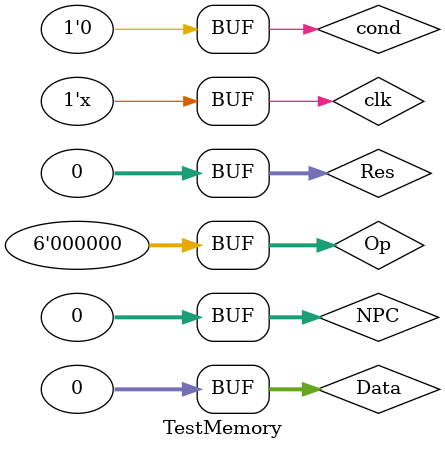
<source format=v>
module TestMemory();

//module Memory(
//  input clk,
//  input cond,
//  input [5:0] Op,
//  input [31:0] NPC,
//  input [31:0] Res,
//  input [31:0] Data,
//  output [31:0] RPC,
//  output [31:0] LMD
//);

reg clk;
reg cond;
reg [5:0]Op;
reg [31:0] NPC;
reg [31:0] Res;
reg [31:0] Data;
wire [31:0] RPC;
wire [31:0] LMD;

Memory memoey(clk,cond,Op,NPC,Res,Data,RPC,LMD);

initial
begin
    clk = 0;
    cond = 0;
    Op = 0;
    NPC = 0;
    Res = 0;
    Data = 0;
end

always
begin
#10    clk = ~clk;
end

endmodule
</source>
